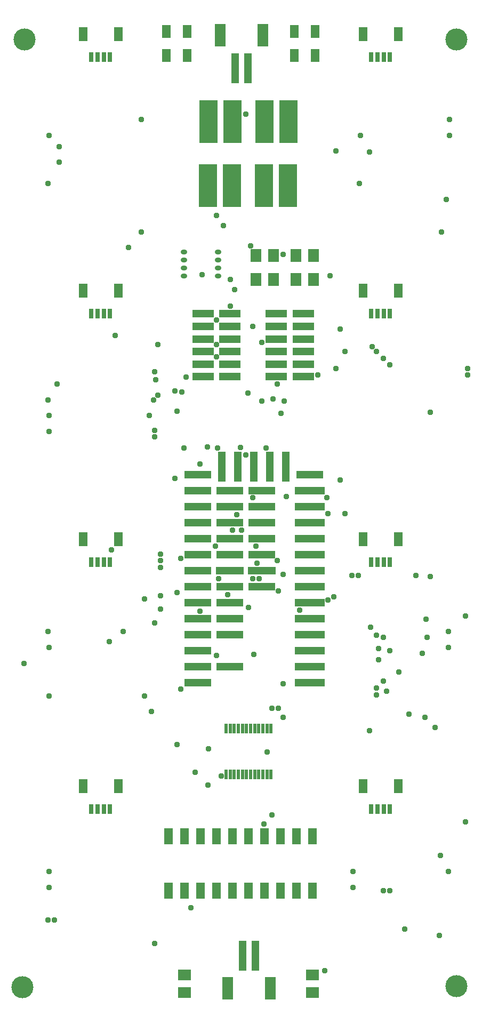
<source format=gts>
G75*
%MOIN*%
%OFA0B0*%
%FSLAX25Y25*%
%IPPOS*%
%LPD*%
%AMOC8*
5,1,8,0,0,1.08239X$1,22.5*
%
%ADD10R,0.18800X0.05000*%
%ADD11R,0.16800X0.05000*%
%ADD12R,0.05000X0.18800*%
%ADD13R,0.17300X0.05000*%
%ADD14R,0.05249X0.10406*%
%ADD15R,0.05524X0.08674*%
%ADD16R,0.03162X0.06115*%
%ADD17R,0.04737X0.18910*%
%ADD18R,0.07099X0.14186*%
%ADD19R,0.02170X0.06300*%
%ADD20R,0.07887X0.07099*%
%ADD21C,0.13800*%
%ADD22R,0.11800X0.26800*%
%ADD23R,0.07099X0.07887*%
%ADD24C,0.03162*%
%ADD25R,0.05800X0.08300*%
%ADD26R,0.13800X0.04800*%
%ADD27C,0.03778*%
D10*
X0195521Y0204677D03*
X0195521Y0214677D03*
X0195521Y0224677D03*
X0195521Y0234677D03*
X0195521Y0244677D03*
X0195521Y0254677D03*
X0195521Y0264677D03*
X0195521Y0274677D03*
X0195521Y0284677D03*
X0195521Y0294677D03*
X0195521Y0304677D03*
X0195521Y0314677D03*
X0195521Y0324677D03*
D11*
X0195521Y0334677D03*
X0165521Y0324677D03*
X0165521Y0314677D03*
X0165521Y0304677D03*
X0165521Y0294677D03*
X0165521Y0284677D03*
X0165521Y0264677D03*
X0145521Y0264677D03*
X0145521Y0254677D03*
X0145521Y0244677D03*
X0145521Y0234677D03*
X0145521Y0214677D03*
X0125521Y0214677D03*
X0125521Y0204677D03*
X0125521Y0224677D03*
X0125521Y0234677D03*
X0125521Y0244677D03*
X0125521Y0254677D03*
X0125521Y0264677D03*
X0125521Y0274677D03*
X0125521Y0284677D03*
X0125521Y0294677D03*
X0125521Y0304677D03*
X0125521Y0314677D03*
X0125521Y0324677D03*
X0125521Y0334677D03*
X0145521Y0324677D03*
X0145521Y0314677D03*
X0145521Y0304677D03*
X0145521Y0294677D03*
X0145521Y0284677D03*
D12*
X0140521Y0339677D03*
X0150521Y0339677D03*
X0160521Y0339677D03*
X0170521Y0339677D03*
X0180521Y0339677D03*
D13*
X0165521Y0274677D03*
X0145521Y0274677D03*
D14*
X0147427Y0108508D03*
X0137427Y0108508D03*
X0127427Y0108508D03*
X0117427Y0108508D03*
X0107427Y0108508D03*
X0107427Y0074650D03*
X0117427Y0074650D03*
X0127427Y0074650D03*
X0137427Y0074650D03*
X0147427Y0074650D03*
X0157427Y0074650D03*
X0167427Y0074650D03*
X0177427Y0074650D03*
X0187427Y0074650D03*
X0197427Y0074650D03*
X0197427Y0108508D03*
X0187427Y0108508D03*
X0177427Y0108508D03*
X0167427Y0108508D03*
X0157427Y0108508D03*
D15*
X0228895Y0140055D03*
X0250942Y0140055D03*
X0250942Y0294390D03*
X0228895Y0294390D03*
X0228895Y0449630D03*
X0250942Y0449630D03*
X0250942Y0610020D03*
X0228895Y0610020D03*
X0075942Y0610020D03*
X0053895Y0610020D03*
X0053895Y0449630D03*
X0075942Y0449630D03*
X0075942Y0294390D03*
X0053895Y0294390D03*
X0053895Y0140055D03*
X0075942Y0140055D03*
D16*
X0070824Y0125587D03*
X0066887Y0125587D03*
X0062950Y0125587D03*
X0059013Y0125587D03*
X0059013Y0279921D03*
X0062950Y0279921D03*
X0066887Y0279921D03*
X0070824Y0279921D03*
X0070824Y0435161D03*
X0066887Y0435161D03*
X0062950Y0435161D03*
X0059013Y0435161D03*
X0059013Y0595551D03*
X0062950Y0595551D03*
X0066887Y0595551D03*
X0070824Y0595551D03*
X0234013Y0595551D03*
X0237950Y0595551D03*
X0241887Y0595551D03*
X0245824Y0595551D03*
X0245824Y0435161D03*
X0241887Y0435161D03*
X0237950Y0435161D03*
X0234013Y0435161D03*
X0234013Y0279921D03*
X0237950Y0279921D03*
X0241887Y0279921D03*
X0245824Y0279921D03*
X0245824Y0125587D03*
X0241887Y0125587D03*
X0237950Y0125587D03*
X0234013Y0125587D03*
D17*
X0161521Y0034114D03*
X0153647Y0034114D03*
X0156903Y0588697D03*
X0149029Y0588697D03*
D18*
X0139580Y0609169D03*
X0166352Y0609169D03*
X0170970Y0013642D03*
X0144198Y0013642D03*
D19*
X0143352Y0147185D03*
X0145911Y0147185D03*
X0148470Y0147185D03*
X0151029Y0147185D03*
X0153588Y0147185D03*
X0156147Y0147185D03*
X0158706Y0147185D03*
X0161265Y0147185D03*
X0163824Y0147185D03*
X0166383Y0147185D03*
X0168942Y0147185D03*
X0171501Y0147185D03*
X0171501Y0175972D03*
X0168942Y0175972D03*
X0166383Y0175972D03*
X0163824Y0175972D03*
X0161265Y0175972D03*
X0158706Y0175972D03*
X0156147Y0175972D03*
X0153588Y0175972D03*
X0151029Y0175972D03*
X0148470Y0175972D03*
X0145911Y0175972D03*
X0143352Y0175972D03*
D20*
X0117427Y0022091D03*
X0117427Y0011067D03*
X0197427Y0011067D03*
X0197427Y0022091D03*
D21*
X0016096Y0014224D03*
X0287427Y0014906D03*
X0287427Y0606579D03*
X0017427Y0606579D03*
D22*
X0132466Y0555358D03*
X0147466Y0555358D03*
X0167466Y0555358D03*
X0182466Y0555358D03*
X0181990Y0515409D03*
X0166990Y0515409D03*
X0146990Y0515409D03*
X0131990Y0515409D03*
D23*
X0161915Y0471579D03*
X0161915Y0456579D03*
X0172938Y0456579D03*
X0172938Y0471579D03*
X0186915Y0471579D03*
X0186915Y0456579D03*
X0197938Y0456579D03*
X0197938Y0471579D03*
D24*
X0138647Y0474079D02*
X0137663Y0474079D01*
X0137663Y0469079D02*
X0138647Y0469079D01*
X0138647Y0464079D02*
X0137663Y0464079D01*
X0137663Y0459079D02*
X0138647Y0459079D01*
X0117190Y0459079D02*
X0116206Y0459079D01*
X0116206Y0464079D02*
X0117190Y0464079D01*
X0117190Y0469079D02*
X0116206Y0469079D01*
X0116206Y0474079D02*
X0117190Y0474079D01*
D25*
X0118927Y0596579D03*
X0118927Y0611579D03*
X0105927Y0611579D03*
X0105927Y0596579D03*
X0185927Y0596579D03*
X0185927Y0611579D03*
X0198927Y0611579D03*
X0198927Y0596579D03*
D26*
X0191627Y0435201D03*
X0191627Y0427327D03*
X0191627Y0419453D03*
X0191627Y0411579D03*
X0191627Y0403705D03*
X0191627Y0395831D03*
X0174827Y0395831D03*
X0174827Y0403705D03*
X0174827Y0411579D03*
X0174827Y0419453D03*
X0174827Y0427327D03*
X0174827Y0435201D03*
X0145827Y0435201D03*
X0145827Y0427327D03*
X0145827Y0419453D03*
X0145827Y0411579D03*
X0145827Y0403705D03*
X0145827Y0395831D03*
X0129027Y0395831D03*
X0129027Y0403705D03*
X0129027Y0411579D03*
X0129027Y0419453D03*
X0129027Y0427327D03*
X0129027Y0435201D03*
D27*
X0137432Y0431369D03*
X0145874Y0439811D03*
X0148688Y0450364D03*
X0145874Y0456696D03*
X0158538Y0477802D03*
X0141653Y0490466D03*
X0137427Y0496579D03*
X0128286Y0459510D03*
X0137432Y0415891D03*
X0137432Y0408152D03*
X0118436Y0395488D03*
X0115622Y0386342D03*
X0111401Y0387045D03*
X0112808Y0374381D03*
X0100848Y0384231D03*
X0098033Y0381417D03*
X0095219Y0371567D03*
X0098737Y0362421D03*
X0098737Y0358200D03*
X0111401Y0332169D03*
X0117029Y0351165D03*
X0126879Y0341315D03*
X0131803Y0351868D03*
X0138135Y0351165D03*
X0152427Y0351579D03*
X0155724Y0346943D03*
X0168388Y0351165D03*
X0177534Y0372974D03*
X0179644Y0380713D03*
X0172609Y0382120D03*
X0175423Y0391267D03*
X0165573Y0380713D03*
X0157131Y0385638D03*
X0165573Y0417298D03*
X0159945Y0427147D03*
X0178941Y0472174D03*
X0208490Y0458807D03*
X0214822Y0425740D03*
X0217636Y0411669D03*
X0212007Y0401116D03*
X0200751Y0396895D03*
X0214822Y0331465D03*
X0206379Y0320209D03*
X0207083Y0310359D03*
X0217636Y0310359D03*
X0221857Y0271664D03*
X0226078Y0271664D03*
X0210600Y0258297D03*
X0207083Y0256186D03*
X0189494Y0249854D03*
X0178941Y0272368D03*
X0175423Y0280810D03*
X0164166Y0269554D03*
X0162759Y0279403D03*
X0159945Y0269554D03*
X0157427Y0251579D03*
X0144467Y0259704D03*
X0138839Y0269554D03*
X0136728Y0289956D03*
X0147281Y0299806D03*
X0150096Y0309656D03*
X0152910Y0299806D03*
X0162056Y0289956D03*
X0159945Y0320209D03*
X0181051Y0320912D03*
X0176127Y0261815D03*
X0160649Y0222416D03*
X0171905Y0188646D03*
X0176127Y0188646D03*
X0178941Y0183018D03*
X0178941Y0204124D03*
X0169091Y0161208D03*
X0171905Y0121809D03*
X0166981Y0116181D03*
X0140246Y0146433D03*
X0131954Y0140476D03*
X0123923Y0148508D03*
X0132507Y0163319D03*
X0114918Y0200606D03*
X0096626Y0186535D03*
X0092405Y0196385D03*
X0079038Y0236487D03*
X0070379Y0230161D03*
X0092405Y0256890D03*
X0098737Y0242115D03*
X0102255Y0250558D03*
X0102255Y0259000D03*
X0112808Y0261111D03*
X0102255Y0276589D03*
X0102255Y0280810D03*
X0102255Y0285031D03*
X0114918Y0282217D03*
X0126879Y0249151D03*
X0137427Y0221579D03*
X0112808Y0166133D03*
X0121250Y0064119D03*
X0098737Y0041606D03*
X0036122Y0056380D03*
X0031900Y0056380D03*
X0032604Y0076783D03*
X0032604Y0086632D03*
X0032604Y0196385D03*
X0017126Y0216788D03*
X0032604Y0226637D03*
X0031900Y0236487D03*
X0071718Y0287720D03*
X0032604Y0361718D03*
X0032604Y0371567D03*
X0031900Y0381417D03*
X0037529Y0391267D03*
X0074113Y0421519D03*
X0100848Y0415891D03*
X0098737Y0399006D03*
X0099440Y0394081D03*
X0082427Y0476579D03*
X0090294Y0486245D03*
X0090294Y0556599D03*
X0038936Y0539714D03*
X0032604Y0546750D03*
X0038936Y0529865D03*
X0031900Y0516497D03*
X0155724Y0560117D03*
X0212007Y0536900D03*
X0227485Y0546750D03*
X0233114Y0536196D03*
X0226782Y0516497D03*
X0234521Y0414483D03*
X0237335Y0411669D03*
X0241556Y0407448D03*
X0245777Y0403227D03*
X0271105Y0373678D03*
X0294322Y0396895D03*
X0294322Y0401116D03*
X0278140Y0486245D03*
X0280955Y0506648D03*
X0283065Y0546750D03*
X0283065Y0556599D03*
X0261959Y0271664D03*
X0271105Y0270961D03*
X0268291Y0244226D03*
X0268994Y0232969D03*
X0266180Y0223120D03*
X0282362Y0226637D03*
X0282362Y0236487D03*
X0292915Y0246337D03*
X0267587Y0183018D03*
X0273919Y0176686D03*
X0257738Y0185128D03*
X0243667Y0199199D03*
X0241556Y0205531D03*
X0237335Y0201310D03*
X0237335Y0197089D03*
X0251406Y0211159D03*
X0245777Y0224527D03*
X0241556Y0232969D03*
X0237335Y0234376D03*
X0238742Y0225934D03*
X0238742Y0218898D03*
X0233817Y0239301D03*
X0233114Y0174575D03*
X0222561Y0086632D03*
X0222561Y0076783D03*
X0241556Y0074672D03*
X0245777Y0074672D03*
X0254923Y0050752D03*
X0276733Y0046530D03*
X0282362Y0086632D03*
X0277437Y0096482D03*
X0292915Y0117588D03*
X0204972Y0024720D03*
M02*

</source>
